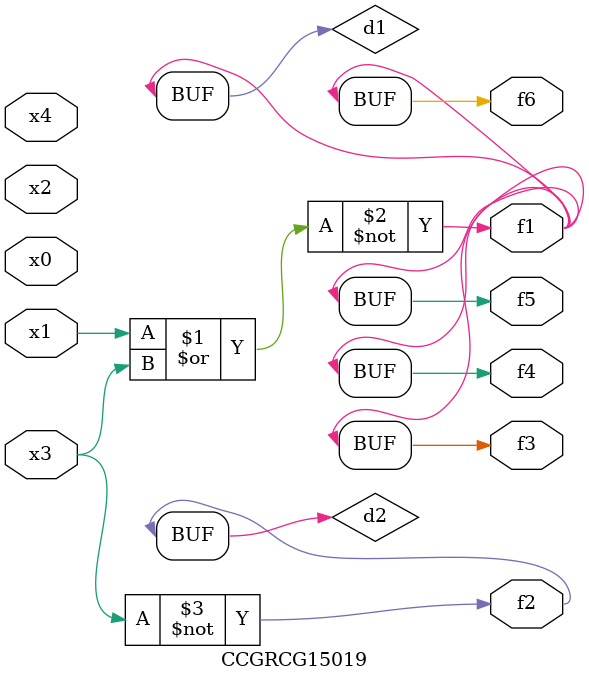
<source format=v>
module CCGRCG15019(
	input x0, x1, x2, x3, x4,
	output f1, f2, f3, f4, f5, f6
);

	wire d1, d2;

	nor (d1, x1, x3);
	not (d2, x3);
	assign f1 = d1;
	assign f2 = d2;
	assign f3 = d1;
	assign f4 = d1;
	assign f5 = d1;
	assign f6 = d1;
endmodule

</source>
